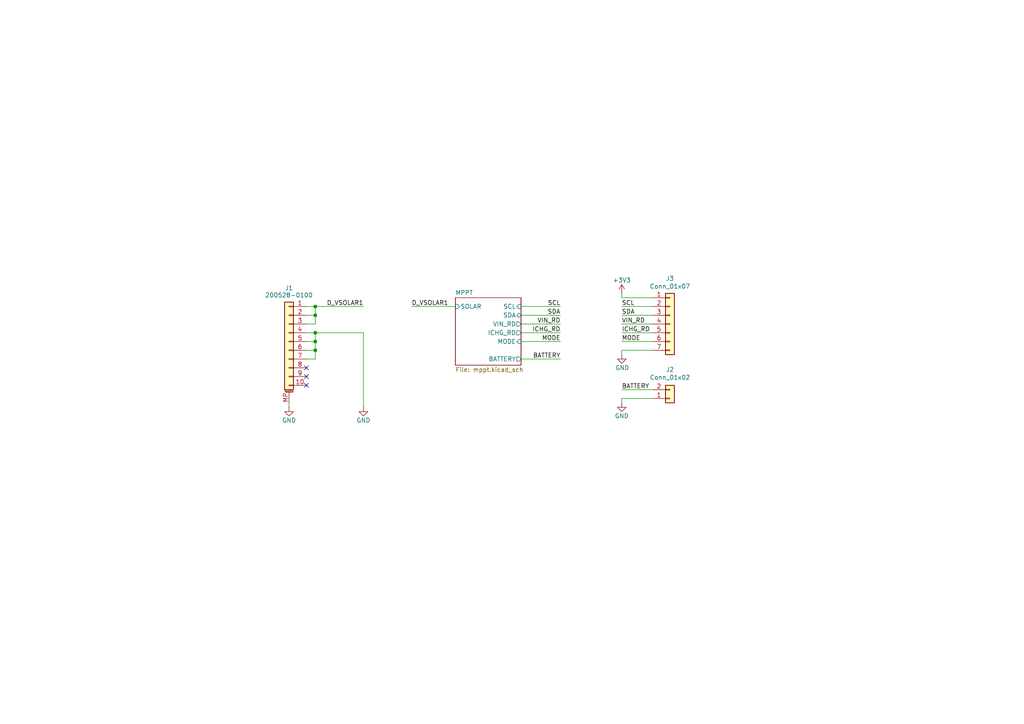
<source format=kicad_sch>
(kicad_sch (version 20250114) (generator "eeschema") (generator_version "9.0")
  (paper "A4")
  (lib_symbols
    (symbol "Connector_Generic:Conn_01x02" (pin_names (offset 1.016) (hide yes))
      (property "Reference" "J" (at 0 2.54 0))
      (property "Value" "Conn_01x02" (at 0 -5.08 0))
      (symbol "Conn_01x02_1_1"
        (rectangle (start -1.27 1.27) (end 1.27 -3.81) (stroke (width 0.254)) (fill (type background)))
        (rectangle (start -1.27 0.127) (end 0 -0.127) (stroke (width 0.1524)))
        (rectangle (start -1.27 -2.413) (end 0 -2.667) (stroke (width 0.1524)))
        (pin passive line (at -5.08 0 0) (length 3.81) (name "Pin_1") (number "1"))
        (pin passive line (at -5.08 -2.54 0) (length 3.81) (name "Pin_2") (number "2"))
      )
    )
    (symbol "Connector_Generic:Conn_01x07" (pin_names (offset 1.016) (hide yes))
      (property "Reference" "J" (at 0 10.16 0))
      (property "Value" "Conn_01x07" (at 0 -10.16 0))
      (symbol "Conn_01x07_1_1"
        (rectangle (start -1.27 8.89) (end 1.27 -8.89) (stroke (width 0.254)) (fill (type background)))
        (rectangle (start -1.27 7.747) (end 0 7.493) (stroke (width 0.1524)))
        (rectangle (start -1.27 5.207) (end 0 4.953) (stroke (width 0.1524)))
        (rectangle (start -1.27 2.667) (end 0 2.413) (stroke (width 0.1524)))
        (rectangle (start -1.27 0.127) (end 0 -0.127) (stroke (width 0.1524)))
        (rectangle (start -1.27 -2.413) (end 0 -2.667) (stroke (width 0.1524)))
        (rectangle (start -1.27 -4.953) (end 0 -5.207) (stroke (width 0.1524)))
        (rectangle (start -1.27 -7.493) (end 0 -7.747) (stroke (width 0.1524)))
        (pin passive line (at -5.08 7.62 0) (length 3.81) (name "Pin_1") (number "1"))
        (pin passive line (at -5.08 5.08 0) (length 3.81) (name "Pin_2") (number "2"))
        (pin passive line (at -5.08 2.54 0) (length 3.81) (name "Pin_3") (number "3"))
        (pin passive line (at -5.08 0 0) (length 3.81) (name "Pin_4") (number "4"))
        (pin passive line (at -5.08 -2.54 0) (length 3.81) (name "Pin_5") (number "5"))
        (pin passive line (at -5.08 -5.08 0) (length 3.81) (name "Pin_6") (number "6"))
        (pin passive line (at -5.08 -7.62 0) (length 3.81) (name "Pin_7") (number "7"))
      )
    )
    (symbol "Connector_Generic_MountingPin:Conn_01x10_MountingPin" (pin_names (offset 1.016) (hide yes))
      (property "Reference" "J" (at 0 12.7 0))
      (property "Value" "Conn_01x10_MountingPin" (at 1.27 -15.24 0))
      (symbol "Conn_01x10_MountingPin_1_1"
        (rectangle (start -1.27 11.43) (end 1.27 -13.97) (stroke (width 0.254)) (fill (type background)))
        (rectangle (start -1.27 10.287) (end 0 10.033) (stroke (width 0.1524)))
        (rectangle (start -1.27 7.747) (end 0 7.493) (stroke (width 0.1524)))
        (rectangle (start -1.27 5.207) (end 0 4.953) (stroke (width 0.1524)))
        (rectangle (start -1.27 2.667) (end 0 2.413) (stroke (width 0.1524)))
        (rectangle (start -1.27 0.127) (end 0 -0.127) (stroke (width 0.1524)))
        (rectangle (start -1.27 -2.413) (end 0 -2.667) (stroke (width 0.1524)))
        (rectangle (start -1.27 -4.953) (end 0 -5.207) (stroke (width 0.1524)))
        (rectangle (start -1.27 -7.493) (end 0 -7.747) (stroke (width 0.1524)))
        (rectangle (start -1.27 -10.033) (end 0 -10.287) (stroke (width 0.1524)))
        (rectangle (start -1.27 -12.573) (end 0 -12.827) (stroke (width 0.1524)))
        (polyline (pts (xy -1.016 -14.732) (xy 1.016 -14.732)) (stroke (width 0.1524)))
        (text "Mounting" (at 0 -14.351 0) (effects (font (size 0.381 0.381))))
        (pin passive line (at -5.08 10.16 0) (length 3.81) (name "Pin_1") (number "1"))
        (pin passive line (at -5.08 7.62 0) (length 3.81) (name "Pin_2") (number "2"))
        (pin passive line (at -5.08 5.08 0) (length 3.81) (name "Pin_3") (number "3"))
        (pin passive line (at -5.08 2.54 0) (length 3.81) (name "Pin_4") (number "4"))
        (pin passive line (at -5.08 0 0) (length 3.81) (name "Pin_5") (number "5"))
        (pin passive line (at -5.08 -2.54 0) (length 3.81) (name "Pin_6") (number "6"))
        (pin passive line (at -5.08 -5.08 0) (length 3.81) (name "Pin_7") (number "7"))
        (pin passive line (at -5.08 -7.62 0) (length 3.81) (name "Pin_8") (number "8"))
        (pin passive line (at -5.08 -10.16 0) (length 3.81) (name "Pin_9") (number "9"))
        (pin passive line (at -5.08 -12.7 0) (length 3.81) (name "Pin_10") (number "10"))
        (pin passive line (at 0 -17.78 90) (length 3.048) (name "MountPin") (number "MP"))
      )
    )
    (symbol "power:+3V3" (power) (pin_numbers (hide yes)) (pin_names (offset 0) (hide yes))
      (property "Value" "+3V3" (at 0 3.556 0))
      (symbol "+3V3_0_1"
        (polyline (pts (xy -0.762 1.27) (xy 0 2.54)))
        (polyline (pts (xy 0 2.54) (xy 0.762 1.27)))
        (polyline (pts (xy 0 0) (xy 0 2.54)))
      )
      (symbol "+3V3_1_1"
        (pin power_in line (at 0 0 90) (length 0) (name "~") (number "1"))
      )
    )
    (symbol "power:GND" (power) (pin_numbers (hide yes)) (pin_names (offset 0) (hide yes))
      (property "Value" "GND" (at 0 -3.81 0))
      (symbol "GND_0_1"
        (polyline (pts (xy 0 0) (xy 0 -1.27) (xy 1.27 -1.27) (xy 0 -2.54) (xy -1.27 -1.27) (xy 0 -1.27)))
      )
      (symbol "GND_1_1"
        (pin power_in line (at 0 0 270) (length 0) (name "~") (number "1"))
      )
    )
  )
  (junction (at 91.44 96.52))
  (junction (at 91.44 91.44))
  (junction (at 91.44 99.06))
  (junction (at 91.44 101.6))
  (junction (at 91.44 88.9))
  (no_connect (at 88.9 106.68))
  (no_connect (at 88.9 109.22))
  (no_connect (at 88.9 111.76))
  (wire (pts (xy 151.13 99.06) (xy 162.56 99.06)))
  (wire (pts (xy 91.44 88.9) (xy 105.41 88.9)))
  (wire (pts (xy 91.44 91.44) (xy 91.44 93.98)))
  (wire (pts (xy 88.9 99.06) (xy 91.44 99.06)))
  (wire (pts (xy 180.34 101.6) (xy 189.23 101.6)))
  (wire (pts (xy 91.44 96.52) (xy 88.9 96.52)))
  (wire (pts (xy 91.44 91.44) (xy 88.9 91.44)))
  (wire (pts (xy 189.23 93.98) (xy 180.34 93.98)))
  (wire (pts (xy 88.9 101.6) (xy 91.44 101.6)))
  (wire (pts (xy 189.23 91.44) (xy 180.34 91.44)))
  (wire (pts (xy 151.13 104.14) (xy 162.56 104.14)))
  (wire (pts (xy 119.38 88.9) (xy 132.08 88.9)))
  (wire (pts (xy 151.13 96.52) (xy 162.56 96.52)))
  (wire (pts (xy 91.44 88.9) (xy 91.44 91.44)))
  (wire (pts (xy 91.44 104.14) (xy 88.9 104.14)))
  (wire (pts (xy 180.34 116.84) (xy 180.34 115.57)))
  (wire (pts (xy 91.44 88.9) (xy 88.9 88.9)))
  (wire (pts (xy 91.44 96.52) (xy 91.44 99.06)))
  (wire (pts (xy 151.13 88.9) (xy 162.56 88.9)))
  (wire (pts (xy 91.44 101.6) (xy 91.44 104.14)))
  (wire (pts (xy 189.23 99.06) (xy 180.34 99.06)))
  (wire (pts (xy 91.44 99.06) (xy 91.44 101.6)))
  (wire (pts (xy 105.41 118.11) (xy 105.41 96.52)))
  (wire (pts (xy 180.34 101.6) (xy 180.34 102.87)))
  (wire (pts (xy 151.13 91.44) (xy 162.56 91.44)))
  (wire (pts (xy 180.34 85.09) (xy 180.34 86.36)))
  (wire (pts (xy 189.23 113.03) (xy 180.34 113.03)))
  (wire (pts (xy 91.44 96.52) (xy 105.41 96.52)))
  (wire (pts (xy 189.23 88.9) (xy 180.34 88.9)))
  (wire (pts (xy 189.23 86.36) (xy 180.34 86.36)))
  (wire (pts (xy 189.23 96.52) (xy 180.34 96.52)))
  (wire (pts (xy 91.44 93.98) (xy 88.9 93.98)))
  (wire (pts (xy 151.13 93.98) (xy 162.56 93.98)))
  (wire (pts (xy 180.34 115.57) (xy 189.23 115.57)))
  (wire (pts (xy 83.82 118.11) (xy 83.82 116.84)))
  (label "SDA" (at 162.56 91.44 180))
  (label "ICHG_RD" (at 162.56 96.52 180))
  (label "SCL" (at 180.34 88.9 0))
  (label "BATTERY" (at 180.34 113.03 0))
  (label "MODE" (at 180.34 99.06 0))
  (label "SDA" (at 180.34 91.44 0))
  (label "ICHG_RD" (at 180.34 96.52 0))
  (label "SCL" (at 162.56 88.9 180))
  (label "VIN_RD" (at 162.56 93.98 180))
  (label "D_VSOLAR1" (at 105.41 88.9 180))
  (label "MODE" (at 162.56 99.06 180))
  (label "D_VSOLAR1" (at 119.38 88.9 0))
  (label "VIN_RD" (at 180.34 93.98 0))
  (label "BATTERY" (at 162.56 104.14 180))
  (symbol (lib_id "power:GND") (at 105.41 118.11 0) (unit 1)
    (property "Reference" "#PWR016" (effects (hide yes)))
    (property "Value" "GND" (at 105.41 121.92 0))
    (property "Description" "Power symbol creates a global label with name \"GND\" , ground" (effects (hide yes)))
  )
  (symbol (lib_id "power:+3V3") (at 180.34 85.09 0) (unit 1)
    (property "Reference" "#PWR022" (effects (hide yes)))
    (property "Value" "+3V3" (at 180.34 81.28 0))
    (property "Description" "Power symbol creates a global label with name \"+3V3\"" (effects (hide yes)))
  )
  (symbol (lib_id "Connector_Generic:Conn_01x02") (at 194.31 115.57 0) (mirror x) (unit 1)
    (property "Reference" "J2" (at 194.31 107.188 0))
    (property "Value" "Conn_01x02" (at 194.31 109.474 0))
    (property "Footprint" "Connector_PinHeader_2.54mm:PinHeader_1x02_P2.54mm_Vertical" (effects (hide yes)))
    (property "Description" "Generic connector, single row, 01x02, script generated (kicad-library-utils/schlib/autogen/connector/)" (effects (hide yes)))
  )
  (symbol (lib_id "power:GND") (at 180.34 102.87 0) (mirror y) (unit 1)
    (property "Reference" "#PWR017" (effects (hide yes)))
    (property "Value" "GND" (at 180.467 106.68 0))
    (property "Description" "Power symbol creates a global label with name \"GND\" , ground" (effects (hide yes)))
  )
  (symbol (lib_id "power:GND") (at 180.34 116.84 0) (mirror y) (unit 1)
    (property "Reference" "#PWR015" (effects (hide yes)))
    (property "Value" "GND" (at 180.34 120.65 0))
    (property "Description" "Power symbol creates a global label with name \"GND\" , ground" (effects (hide yes)))
  )
  (symbol (lib_id "Connector_Generic_MountingPin:Conn_01x10_MountingPin") (at 83.82 99.06 0) (mirror y) (unit 1)
    (property "Reference" "J1" (at 83.82 83.566 0))
    (property "Value" "200528-0100" (at 83.82 85.598 0))
    (property "Footprint" "footprints:Molex_200528-0100_1x10-1MP_P1.00mm_Horizontal" (effects (hide yes)))
    (property "Description" "Generic connectable mounting pin connector, single row, 01x10, script generated (kicad-library-utils/schlib/autogen/connector/)" (effects (hide yes)))
  )
  (symbol (lib_id "Connector_Generic:Conn_01x07") (at 194.31 93.98 0) (unit 1)
    (property "Reference" "J3" (at 194.31 80.772 0))
    (property "Value" "Conn_01x07" (at 194.31 83.058 0))
    (property "Footprint" "Connector_PinHeader_2.54mm:PinHeader_1x07_P2.54mm_Vertical" (effects (hide yes)))
    (property "Description" "Generic connector, single row, 01x07, script generated (kicad-library-utils/schlib/autogen/connector/)" (effects (hide yes)))
  )
  (symbol (lib_id "power:GND") (at 83.82 118.11 0) (unit 1)
    (property "Reference" "#PWR013" (effects (hide yes)))
    (property "Value" "GND" (at 83.82 121.92 0))
    (property "Description" "Power symbol creates a global label with name \"GND\" , ground" (effects (hide yes)))
  )
  (sheet (at 132.08 86.36) (size 19.05 19.558) (stroke (width 0.1524))
    (property "Sheetname" "MPPT" (at 132.08 85.6484 0) (effects (justify left bottom)))
    (property "Sheetfile" "mppt.kicad_sch" (at 132.08 106.5026 0) (effects (justify left top)))
    (pin "ICHG_RD" output (at 151.13 96.52 0))
    (pin "SDA" bidirectional (at 151.13 91.44 0))
    (pin "VIN_RD" output (at 151.13 93.98 0))
    (pin "SCL" input (at 151.13 88.9 0))
    (pin "MODE" input (at 151.13 99.06 0))
    (pin "SOLAR" input (at 132.08 88.9 180))
    (pin "BATTERY" output (at 151.13 104.14 0))
  )
)
</source>
